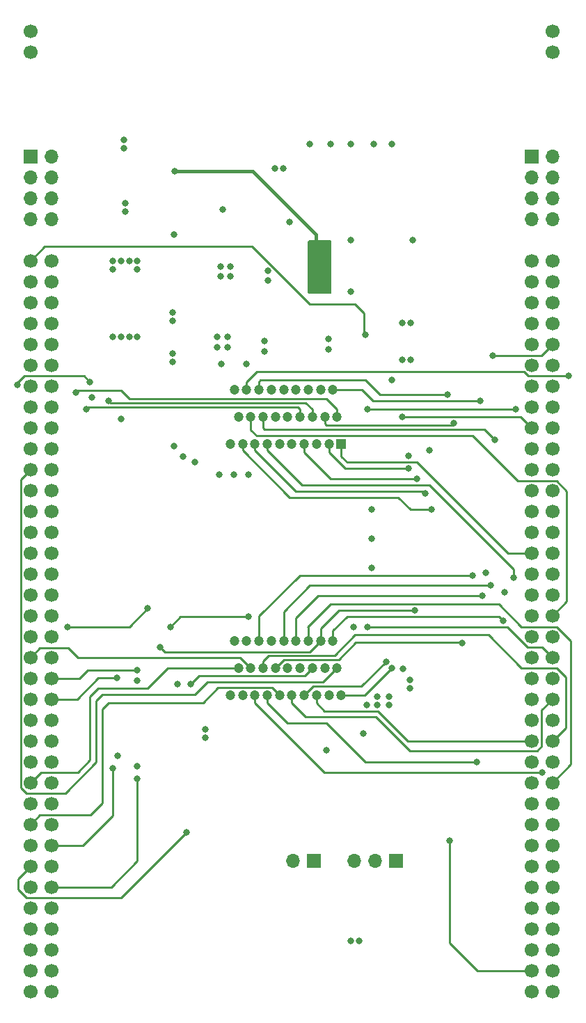
<source format=gbr>
%TF.GenerationSoftware,KiCad,Pcbnew,(6.0.7-1)-1*%
%TF.CreationDate,2022-08-23T13:11:12-05:00*%
%TF.ProjectId,NR1B-ST56,4e523142-2d53-4543-9536-2e6b69636164,rev?*%
%TF.SameCoordinates,Original*%
%TF.FileFunction,Copper,L4,Bot*%
%TF.FilePolarity,Positive*%
%FSLAX46Y46*%
G04 Gerber Fmt 4.6, Leading zero omitted, Abs format (unit mm)*
G04 Created by KiCad (PCBNEW (6.0.7-1)-1) date 2022-08-23 13:11:12*
%MOMM*%
%LPD*%
G01*
G04 APERTURE LIST*
%TA.AperFunction,ComponentPad*%
%ADD10R,1.700000X1.700000*%
%TD*%
%TA.AperFunction,ComponentPad*%
%ADD11O,1.700000X1.700000*%
%TD*%
%TA.AperFunction,ComponentPad*%
%ADD12R,1.200000X1.200000*%
%TD*%
%TA.AperFunction,ComponentPad*%
%ADD13C,1.200000*%
%TD*%
%TA.AperFunction,ComponentPad*%
%ADD14C,1.700000*%
%TD*%
%TA.AperFunction,ViaPad*%
%ADD15C,0.800000*%
%TD*%
%TA.AperFunction,Conductor*%
%ADD16C,0.400000*%
%TD*%
%TA.AperFunction,Conductor*%
%ADD17C,0.220000*%
%TD*%
G04 APERTURE END LIST*
D10*
%TO.P,J2,1,Pin_1*%
%TO.N,/-15V_IN*%
X168499999Y-98300001D03*
D11*
%TO.P,J2,2,Pin_2*%
%TO.N,/+15V_IN*%
X171039999Y-98300001D03*
%TO.P,J2,3,Pin_3*%
%TO.N,GND*%
X168499999Y-100840001D03*
%TO.P,J2,4,Pin_4*%
X171039999Y-100840001D03*
%TO.P,J2,5,Pin_5*%
%TO.N,unconnected-(J2-Pad5)*%
X168499999Y-103380001D03*
%TO.P,J2,6,Pin_6*%
%TO.N,unconnected-(J2-Pad6)*%
X171039999Y-103380001D03*
%TO.P,J2,7,Pin_7*%
%TO.N,GND*%
X168499999Y-105920001D03*
%TO.P,J2,8,Pin_8*%
%TO.N,unconnected-(J2-Pad8)*%
X171039999Y-105920001D03*
%TD*%
D10*
%TO.P,JP1,1,A*%
%TO.N,VCC*%
X213000000Y-184000000D03*
D11*
%TO.P,JP1,2,C*%
%TO.N,VIO*%
X210460000Y-184000000D03*
%TO.P,JP1,3,B*%
%TO.N,/EVIO*%
X207920000Y-184000000D03*
%TD*%
D12*
%TO.P,U1,1,A23*%
%TO.N,/A23*%
X206300742Y-133269258D03*
D13*
%TO.P,U1,2,A22*%
%TO.N,/A22*%
X205800742Y-129969258D03*
%TO.P,U1,3,A15*%
%TO.N,/A15*%
X205300742Y-126669258D03*
%TO.P,U1,4,A14*%
%TO.N,/A14*%
X204800742Y-133269258D03*
%TO.P,U1,5,A13*%
%TO.N,/A13*%
X204300742Y-129969258D03*
%TO.P,U1,6,A12*%
%TO.N,/A12*%
X203800742Y-126669258D03*
%TO.P,U1,7,A11*%
%TO.N,/A11*%
X203300742Y-133269258D03*
%TO.P,U1,8,A10*%
%TO.N,/A10*%
X202800742Y-129969258D03*
%TO.P,U1,9,A9*%
%TO.N,/A9*%
X202300742Y-126669258D03*
%TO.P,U1,10,A8*%
%TO.N,/A8*%
X201800742Y-133269258D03*
%TO.P,U1,11,A19*%
%TO.N,/A19*%
X201300742Y-129969258D03*
%TO.P,U1,12,A20*%
%TO.N,/A20*%
X200800742Y-126669258D03*
%TO.P,U1,13,~{WE}*%
%TO.N,/~{WE}*%
X200300742Y-133269258D03*
%TO.P,U1,14,~{RESET}*%
%TO.N,/VWL_BUF*%
X199800742Y-129969258D03*
%TO.P,U1,15,A21*%
%TO.N,/A21*%
X199300742Y-126669258D03*
%TO.P,U1,16,~{WP}/ACC*%
%TO.N,/WP_BUF*%
X198800742Y-133269258D03*
%TO.P,U1,17,RY/~{BY}*%
%TO.N,/RY{slash}~{BY}*%
X198300742Y-129969258D03*
%TO.P,U1,18,A18*%
%TO.N,/A18*%
X197800742Y-126669258D03*
%TO.P,U1,19,A17*%
%TO.N,/A17*%
X197300742Y-133269258D03*
%TO.P,U1,20,A7*%
%TO.N,/A7*%
X196800742Y-129969258D03*
%TO.P,U1,21,A6*%
%TO.N,/A6*%
X196300742Y-126669258D03*
%TO.P,U1,22,A5*%
%TO.N,/A5*%
X195800742Y-133269258D03*
%TO.P,U1,23,A4*%
%TO.N,/A4*%
X195300742Y-129969258D03*
%TO.P,U1,24,A3*%
%TO.N,/A3*%
X194800742Y-126669258D03*
%TO.P,U1,25,A2*%
%TO.N,/A2*%
X194300742Y-133269258D03*
%TO.P,U1,26,A1*%
%TO.N,/A1*%
X193800742Y-129969258D03*
%TO.P,U1,27*%
%TO.N,N/C*%
X193300742Y-126669258D03*
%TO.P,U1,28*%
X192800742Y-133269258D03*
%TO.P,U1,29,VIO*%
%TO.N,VIO*%
X192800742Y-163849258D03*
%TO.P,U1,30*%
%TO.N,N/C*%
X193300742Y-157249258D03*
%TO.P,U1,31,A0*%
%TO.N,/A0*%
X193800742Y-160549258D03*
%TO.P,U1,32,~{CE}*%
%TO.N,/~{CE}*%
X194300742Y-163849258D03*
%TO.P,U1,33,VSS*%
%TO.N,GND*%
X194800742Y-157249258D03*
%TO.P,U1,34,~{OE}*%
%TO.N,/~{OE}*%
X195300742Y-160549258D03*
%TO.P,U1,35,DQ0*%
%TO.N,/DQ0*%
X195800742Y-163849258D03*
%TO.P,U1,36,DQ8*%
%TO.N,/DQ8*%
X196300742Y-157249258D03*
%TO.P,U1,37,DQ1*%
%TO.N,/DQ1*%
X196800742Y-160549258D03*
%TO.P,U1,38,DQ9*%
%TO.N,/DQ9*%
X197300742Y-163849258D03*
%TO.P,U1,39,DQ2*%
%TO.N,/DQ2*%
X197800742Y-157249258D03*
%TO.P,U1,40,DQ10*%
%TO.N,/DQ10*%
X198300742Y-160549258D03*
%TO.P,U1,41,DQ3*%
%TO.N,/DQ3*%
X198800742Y-163849258D03*
%TO.P,U1,42,DQ11*%
%TO.N,/DQ11*%
X199300742Y-157249258D03*
%TO.P,U1,43,VCC*%
%TO.N,VCC*%
X199800742Y-160549258D03*
%TO.P,U1,44,DQ4*%
%TO.N,/DQ4*%
X200300742Y-163849258D03*
%TO.P,U1,45,DQ12*%
%TO.N,/DQ12*%
X200800742Y-157249258D03*
%TO.P,U1,46,DQ5*%
%TO.N,/DQ5*%
X201300742Y-160549258D03*
%TO.P,U1,47,DQ13*%
%TO.N,/DQ13*%
X201800742Y-163849258D03*
%TO.P,U1,48,DQ6*%
%TO.N,/DQ6*%
X202300742Y-157249258D03*
%TO.P,U1,49,DQ14*%
%TO.N,/DQ14*%
X202800742Y-160549258D03*
%TO.P,U1,50,DQ7*%
%TO.N,/DQ7*%
X203300742Y-163849258D03*
%TO.P,U1,51,DQ15/A-1*%
%TO.N,/DQ15*%
X203800742Y-157249258D03*
%TO.P,U1,52,VSS*%
%TO.N,GND*%
X204300742Y-160549258D03*
%TO.P,U1,53,~{BYTE}*%
%TO.N,/~{BYTE}*%
X204800742Y-163849258D03*
%TO.P,U1,54,A16*%
%TO.N,/A16*%
X205300742Y-157249258D03*
%TO.P,U1,55,A25*%
%TO.N,/A25*%
X205800742Y-160549258D03*
%TO.P,U1,56,A24*%
%TO.N,/A24*%
X206300742Y-163849258D03*
%TD*%
D10*
%TO.P,J1,1,Pin_1*%
%TO.N,/ANA_WP_SENSE*%
X229499999Y-98300001D03*
D11*
%TO.P,J1,2,Pin_2*%
%TO.N,unconnected-(J1-Pad2)*%
X232039999Y-98300001D03*
%TO.P,J1,3,Pin_3*%
%TO.N,/ANA_WP*%
X229499999Y-100840001D03*
%TO.P,J1,4,Pin_4*%
%TO.N,unconnected-(J1-Pad4)*%
X232039999Y-100840001D03*
%TO.P,J1,5,Pin_5*%
%TO.N,/ANA_VWL_SENSE*%
X229499999Y-103380001D03*
%TO.P,J1,6,Pin_6*%
%TO.N,unconnected-(J1-Pad6)*%
X232039999Y-103380001D03*
%TO.P,J1,7,Pin_7*%
%TO.N,/ANA_VWL*%
X229499999Y-105920001D03*
%TO.P,J1,8,Pin_8*%
%TO.N,unconnected-(J1-Pad8)*%
X232039999Y-105920001D03*
%TD*%
D10*
%TO.P,J3,1,Pin_1*%
%TO.N,/EVIO_IN*%
X203000000Y-184000000D03*
D11*
%TO.P,J3,2,Pin_2*%
%TO.N,GND*%
X200460000Y-184000000D03*
%TD*%
D14*
%TO.P,X1,1,PC10*%
%TO.N,/CE_SW*%
X168499999Y-111000001D03*
%TO.P,X1,2,PC11*%
%TO.N,unconnected-(X1-Pad2)*%
X171039999Y-111000001D03*
%TO.P,X1,3,PC12*%
%TO.N,unconnected-(X1-Pad3)*%
X168499999Y-113540001D03*
%TO.P,X1,4,PD2*%
%TO.N,unconnected-(X1-Pad4)*%
X171039999Y-113540001D03*
%TO.P,X1,5,VDD*%
%TO.N,unconnected-(X1-Pad5)*%
X168499999Y-116080001D03*
%TO.P,X1,6,E5V*%
%TO.N,unconnected-(X1-Pad6)*%
X171039999Y-116080001D03*
%TO.P,X1,7,~{BOOT0}*%
%TO.N,unconnected-(X1-Pad7)*%
X168499999Y-118620001D03*
%TO.P,X1,8,GND*%
%TO.N,GND*%
X171039999Y-118620001D03*
%TO.P,X1,9,PF6*%
%TO.N,unconnected-(X1-Pad9)*%
X168499999Y-121160001D03*
%TO.P,X1,10,NC*%
%TO.N,unconnected-(X1-Pad10)*%
X171039999Y-121160001D03*
%TO.P,X1,11,PF7*%
%TO.N,unconnected-(X1-Pad11)*%
X168499999Y-123700001D03*
%TO.P,X1,12,IOREF*%
%TO.N,unconnected-(X1-Pad12)*%
X171039999Y-123700001D03*
%TO.P,X1,13,TMS/PA13*%
%TO.N,unconnected-(X1-Pad13)*%
X168499999Y-126240001D03*
%TO.P,X1,14,~{RST}*%
%TO.N,unconnected-(X1-Pad14)*%
X171039999Y-126240001D03*
%TO.P,X1,15,TCK/PA14*%
%TO.N,unconnected-(X1-Pad15)*%
X168499999Y-128780001D03*
%TO.P,X1,16,+3V3*%
%TO.N,/VCC_IN*%
X171039999Y-128780001D03*
%TO.P,X1,17,PA15*%
%TO.N,unconnected-(X1-Pad17)*%
X168499999Y-131320001D03*
%TO.P,X1,18,+5V*%
%TO.N,unconnected-(X1-Pad18)*%
X171039999Y-131320001D03*
%TO.P,X1,19,GND*%
%TO.N,GND*%
X168499999Y-133860001D03*
%TO.P,X1,20,GND*%
X171039999Y-133860001D03*
%TO.P,X1,21,LD2/PB7*%
%TO.N,/A25*%
X168499999Y-136400001D03*
%TO.P,X1,22,GND*%
%TO.N,GND*%
X171039999Y-136400001D03*
%TO.P,X1,23,BT/PC13*%
%TO.N,unconnected-(X1-Pad23)*%
X168499999Y-138940001D03*
%TO.P,X1,24,VIN*%
%TO.N,unconnected-(X1-Pad24)*%
X171039999Y-138940001D03*
%TO.P,X1,25,RTC_CRYSTAL/PC14*%
%TO.N,unconnected-(X1-Pad25)*%
X168499999Y-141480001D03*
%TO.P,X1,26,NC*%
%TO.N,unconnected-(X1-Pad26)*%
X171039999Y-141480001D03*
%TO.P,X1,27,RTC_CRYSTAL/PC15*%
%TO.N,unconnected-(X1-Pad27)*%
X168499999Y-144020001D03*
%TO.P,X1,28,ETH_REF_CLK/PA0*%
%TO.N,unconnected-(X1-Pad28)*%
X171039999Y-144020001D03*
%TO.P,X1,29,PH0*%
%TO.N,unconnected-(X1-Pad29)*%
X168499999Y-146560001D03*
%TO.P,X1,30,ETH_MDIO/PA1*%
%TO.N,unconnected-(X1-Pad30)*%
X171039999Y-146560001D03*
%TO.P,X1,31,PH1*%
%TO.N,unconnected-(X1-Pad31)*%
X168499999Y-149100001D03*
%TO.P,X1,32,PA4*%
%TO.N,unconnected-(X1-Pad32)*%
X171039999Y-149100001D03*
%TO.P,X1,33,VBAT*%
%TO.N,unconnected-(X1-Pad33)*%
X168499999Y-151640001D03*
%TO.P,X1,34,PB0*%
%TO.N,unconnected-(X1-Pad34)*%
X171039999Y-151640001D03*
%TO.P,X1,35,PC2*%
%TO.N,unconnected-(X1-Pad35)*%
X168499999Y-154180001D03*
%TO.P,X1,36,ETH_MDC/PC1*%
%TO.N,unconnected-(X1-Pad36)*%
X171039999Y-154180001D03*
%TO.P,X1,37,PC3*%
%TO.N,unconnected-(X1-Pad37)*%
X168499999Y-156720001D03*
%TO.P,X1,38,PC0*%
%TO.N,unconnected-(X1-Pad38)*%
X171039999Y-156720001D03*
%TO.P,X1,39,PD4*%
%TO.N,/~{OE}*%
X168499999Y-159260001D03*
%TO.P,X1,40,PD3*%
%TO.N,unconnected-(X1-Pad40)*%
X171039999Y-159260001D03*
%TO.P,X1,41,PD5*%
%TO.N,/~{WE}*%
X168499999Y-161800001D03*
%TO.P,X1,42,PG2*%
%TO.N,/A11*%
X171039999Y-161800001D03*
%TO.P,X1,43,PD6*%
%TO.N,unconnected-(X1-Pad43)*%
X168499999Y-164340001D03*
%TO.P,X1,44,PG3*%
%TO.N,/A12*%
X171039999Y-164340001D03*
%TO.P,X1,45,PD7*%
%TO.N,unconnected-(X1-Pad45)*%
X168499999Y-166880001D03*
%TO.P,X1,46,PE2*%
%TO.N,/A22*%
X171039999Y-166880001D03*
%TO.P,X1,47,PE3*%
%TO.N,/A18*%
X168499999Y-169420001D03*
%TO.P,X1,48,PE4*%
%TO.N,/A19*%
X171039999Y-169420001D03*
%TO.P,X1,49,GND*%
%TO.N,GND*%
X168499999Y-171960001D03*
%TO.P,X1,50,PE5*%
%TO.N,/A20*%
X171039999Y-171960001D03*
%TO.P,X1,51,PF1*%
%TO.N,/A0*%
X168499999Y-174500001D03*
%TO.P,X1,52,PF2*%
%TO.N,/A1*%
X171039999Y-174500001D03*
%TO.P,X1,53,PF0*%
%TO.N,/A-1*%
X168499999Y-177040001D03*
%TO.P,X1,54,PF8*%
%TO.N,unconnected-(X1-Pad54)*%
X171039999Y-177040001D03*
%TO.P,X1,55,PD1*%
%TO.N,/DQ3*%
X168499999Y-179580001D03*
%TO.P,X1,56,PF9*%
%TO.N,unconnected-(X1-Pad56)*%
X171039999Y-179580001D03*
%TO.P,X1,57,PD0*%
%TO.N,/DQ2*%
X168499999Y-182120001D03*
%TO.P,X1,58,PG1*%
%TO.N,/A10*%
X171039999Y-182120001D03*
%TO.P,X1,59,PG0*%
%TO.N,/A9*%
X168499999Y-184660001D03*
%TO.P,X1,60,GND*%
%TO.N,GND*%
X171039999Y-184660001D03*
%TO.P,X1,61,PE1*%
%TO.N,unconnected-(X1-Pad61)*%
X168499999Y-187200001D03*
%TO.P,X1,62,PE6*%
%TO.N,/A21*%
X171039999Y-187200001D03*
%TO.P,X1,63,PG9*%
%TO.N,unconnected-(X1-Pad63)*%
X168499999Y-189740001D03*
%TO.P,X1,64,PG15*%
%TO.N,unconnected-(X1-Pad64)*%
X171039999Y-189740001D03*
%TO.P,X1,65,PG12*%
%TO.N,unconnected-(X1-Pad65)*%
X168499999Y-192280001D03*
%TO.P,X1,66,PG10*%
%TO.N,unconnected-(X1-Pad66)*%
X171039999Y-192280001D03*
%TO.P,X1,67,NC*%
%TO.N,unconnected-(X1-Pad67)*%
X168499999Y-194820001D03*
%TO.P,X1,68,PG13/ETH_TXD0*%
%TO.N,unconnected-(X1-Pad68)*%
X171039999Y-194820001D03*
%TO.P,X1,69,STLINK_RX/PD9*%
%TO.N,Net-(R14-Pad2)*%
X168499999Y-197360001D03*
%TO.P,X1,70,PG11/ETH_TX_EN*%
%TO.N,unconnected-(X1-Pad70)*%
X171039999Y-197360001D03*
%TO.P,X1,71,GND*%
%TO.N,GND*%
X168499999Y-199900001D03*
%TO.P,X1,72,GND*%
X171039999Y-199900001D03*
%TO.P,X1,73,PC9*%
%TO.N,unconnected-(X1-Pad73)*%
X229459999Y-111000001D03*
%TO.P,X1,74,PC8*%
%TO.N,unconnected-(X1-Pad74)*%
X231999999Y-111000001D03*
%TO.P,X1,75,PB8*%
%TO.N,unconnected-(X1-Pad75)*%
X229459999Y-113540001D03*
%TO.P,X1,76,PC6*%
%TO.N,/RY{slash}~{BY}*%
X231999999Y-113540001D03*
%TO.P,X1,77,PB9*%
%TO.N,unconnected-(X1-Pad77)*%
X229459999Y-116080001D03*
%TO.P,X1,78,ETH_RXD1/PC5*%
%TO.N,unconnected-(X1-Pad78)*%
X231999999Y-116080001D03*
%TO.P,X1,79,AVDD*%
%TO.N,unconnected-(X1-Pad79)*%
X229459999Y-118620001D03*
%TO.P,X1,80,U5V*%
%TO.N,unconnected-(X1-Pad80)*%
X231999999Y-118620001D03*
%TO.P,X1,81,GND*%
%TO.N,GND*%
X229459999Y-121160001D03*
%TO.P,X1,82,STLINK_TX/PD8*%
%TO.N,Net-(R13-Pad1)*%
X231999999Y-121160001D03*
%TO.P,X1,83,PA5*%
%TO.N,unconnected-(X1-Pad83)*%
X229459999Y-123700001D03*
%TO.P,X1,84,USB_DP/PA12*%
%TO.N,unconnected-(X1-Pad84)*%
X231999999Y-123700001D03*
%TO.P,X1,85,PA6*%
%TO.N,unconnected-(X1-Pad85)*%
X229459999Y-126240001D03*
%TO.P,X1,86,USB_DM/PA11*%
%TO.N,unconnected-(X1-Pad86)*%
X231999999Y-126240001D03*
%TO.P,X1,87,ETH_CRS_DV/PA7*%
%TO.N,unconnected-(X1-Pad87)*%
X229459999Y-128780001D03*
%TO.P,X1,88,PB12*%
%TO.N,unconnected-(X1-Pad88)*%
X231999999Y-128780001D03*
%TO.P,X1,89,PB6*%
%TO.N,/A24*%
X229459999Y-131320001D03*
%TO.P,X1,90,PB11*%
%TO.N,unconnected-(X1-Pad90)*%
X231999999Y-131320001D03*
%TO.P,X1,91,PC7*%
%TO.N,/NE1*%
X229459999Y-133860001D03*
%TO.P,X1,92,GND*%
%TO.N,GND*%
X231999999Y-133860001D03*
%TO.P,X1,93,USB_VBUS/PA9*%
%TO.N,unconnected-(X1-Pad93)*%
X229459999Y-136400001D03*
%TO.P,X1,94,PB2*%
%TO.N,unconnected-(X1-Pad94)*%
X231999999Y-136400001D03*
%TO.P,X1,95,USB_SOF/PA8*%
%TO.N,unconnected-(X1-Pad95)*%
X229459999Y-138940001D03*
%TO.P,X1,96,PB1*%
%TO.N,unconnected-(X1-Pad96)*%
X231999999Y-138940001D03*
%TO.P,X1,97,PB10*%
%TO.N,unconnected-(X1-Pad97)*%
X229459999Y-141480001D03*
%TO.P,X1,98,PB15*%
%TO.N,unconnected-(X1-Pad98)*%
X231999999Y-141480001D03*
%TO.P,X1,99,PB4*%
%TO.N,unconnected-(X1-Pad99)*%
X229459999Y-144020001D03*
%TO.P,X1,100,LD3/PB14*%
%TO.N,unconnected-(X1-Pad100)*%
X231999999Y-144020001D03*
%TO.P,X1,101,PB5*%
%TO.N,/A23*%
X229459999Y-146560001D03*
%TO.P,X1,102,ETH_TXD1/PB13*%
%TO.N,unconnected-(X1-Pad102)*%
X231999999Y-146560001D03*
%TO.P,X1,103,SWO/PB3*%
%TO.N,unconnected-(X1-Pad103)*%
X229459999Y-149100001D03*
%TO.P,X1,104,AGND*%
%TO.N,unconnected-(X1-Pad104)*%
X231999999Y-149100001D03*
%TO.P,X1,105,USB_ID/PA10*%
%TO.N,unconnected-(X1-Pad105)*%
X229459999Y-151640001D03*
%TO.P,X1,106,ETH_RXD0/PC4*%
%TO.N,unconnected-(X1-Pad106)*%
X231999999Y-151640001D03*
%TO.P,X1,107,PA2*%
%TO.N,unconnected-(X1-Pad107)*%
X229459999Y-154180001D03*
%TO.P,X1,108,PF5*%
%TO.N,/A4*%
X231999999Y-154180001D03*
%TO.P,X1,109,PA3*%
%TO.N,unconnected-(X1-Pad109)*%
X229459999Y-156720001D03*
%TO.P,X1,110,PF4*%
%TO.N,/A3*%
X231999999Y-156720001D03*
%TO.P,X1,111,GND*%
%TO.N,GND*%
X229459999Y-159260001D03*
%TO.P,X1,112,PE8*%
%TO.N,/DQ5*%
X231999999Y-159260001D03*
%TO.P,X1,113,PD13*%
%TO.N,/A17*%
X229459999Y-161800001D03*
%TO.P,X1,114,PF10*%
%TO.N,unconnected-(X1-Pad114)*%
X231999999Y-161800001D03*
%TO.P,X1,115,PD12*%
%TO.N,/A16*%
X229459999Y-164340001D03*
%TO.P,X1,116,PE7*%
%TO.N,/DQ4*%
X231999999Y-164340001D03*
%TO.P,X1,117,PD11*%
%TO.N,/A15*%
X229459999Y-166880001D03*
%TO.P,X1,118,PD14*%
%TO.N,/DQ0*%
X231999999Y-166880001D03*
%TO.P,X1,119,PE10*%
%TO.N,/DQ7*%
X229459999Y-169420001D03*
%TO.P,X1,120,PD15*%
%TO.N,/DQ1*%
X231999999Y-169420001D03*
%TO.P,X1,121,PE12*%
%TO.N,Net-(R9-Pad1)*%
X229459999Y-171960001D03*
%TO.P,X1,122,PF14*%
%TO.N,/A7*%
X231999999Y-171960001D03*
%TO.P,X1,123,PE14*%
%TO.N,Net-(R11-Pad1)*%
X229459999Y-174500001D03*
%TO.P,X1,124,PE9*%
%TO.N,/DQ6*%
X231999999Y-174500001D03*
%TO.P,X1,125,PE15*%
%TO.N,Net-(R12-Pad2)*%
X229459999Y-177040001D03*
%TO.P,X1,126,GND*%
%TO.N,GND*%
X231999999Y-177040001D03*
%TO.P,X1,127,PE13*%
%TO.N,Net-(R10-Pad2)*%
X229459999Y-179580001D03*
%TO.P,X1,128,PE11*%
%TO.N,Net-(R8-Pad2)*%
X231999999Y-179580001D03*
%TO.P,X1,129,PF13*%
%TO.N,/A6*%
X229459999Y-182120001D03*
%TO.P,X1,130,PF3*%
%TO.N,/A2*%
X231999999Y-182120001D03*
%TO.P,X1,131,PF12*%
%TO.N,/A5*%
X229459999Y-184660001D03*
%TO.P,X1,132,PF15*%
%TO.N,/A8*%
X231999999Y-184660001D03*
%TO.P,X1,133,PG14*%
%TO.N,unconnected-(X1-Pad133)*%
X229459999Y-187200001D03*
%TO.P,X1,134,PF11*%
%TO.N,unconnected-(X1-Pad134)*%
X231999999Y-187200001D03*
%TO.P,X1,135,GND*%
%TO.N,GND*%
X229459999Y-189740001D03*
%TO.P,X1,136,PE0*%
%TO.N,unconnected-(X1-Pad136)*%
X231999999Y-189740001D03*
%TO.P,X1,137,PD10*%
%TO.N,Net-(R15-Pad1)*%
X229459999Y-192280001D03*
%TO.P,X1,138,PG8*%
%TO.N,unconnected-(X1-Pad138)*%
X231999999Y-192280001D03*
%TO.P,X1,139,PG7/USB_GPIO_IN*%
%TO.N,unconnected-(X1-Pad139)*%
X229459999Y-194820001D03*
%TO.P,X1,140,PG5*%
%TO.N,/A14*%
X231999999Y-194820001D03*
%TO.P,X1,141,PG4*%
%TO.N,/A13*%
X229459999Y-197360001D03*
%TO.P,X1,142,PG6/USB_GPIO_OUT*%
%TO.N,unconnected-(X1-Pad142)*%
X231999999Y-197360001D03*
%TO.P,X1,143,GND*%
%TO.N,GND*%
X229459999Y-199900001D03*
%TO.P,X1,144,GND*%
X231999999Y-199900001D03*
%TO.P,X1,145*%
%TO.N,N/C*%
X168499999Y-83060001D03*
%TO.P,X1,146*%
X168499999Y-85600001D03*
%TO.P,X1,147*%
X231999999Y-83060001D03*
%TO.P,X1,148*%
X231999999Y-85600001D03*
%TD*%
D15*
%TO.N,VCC*%
X178500000Y-120250000D03*
X212150000Y-165000000D03*
X210650000Y-165000000D03*
X213750000Y-123000000D03*
X180500000Y-120250000D03*
X210650000Y-164000000D03*
X214750000Y-123000000D03*
X179500000Y-120250000D03*
X212150000Y-164000000D03*
X209400000Y-165000000D03*
X181500000Y-120250000D03*
%TO.N,GND*%
X210000000Y-148300000D03*
X179850000Y-96300000D03*
X204750000Y-120500000D03*
X195000000Y-137000000D03*
X189750000Y-169000000D03*
X207500000Y-96750000D03*
X214650000Y-162000000D03*
X209000000Y-168500000D03*
X207500000Y-114750000D03*
X193250000Y-137000000D03*
X217000000Y-134000000D03*
X210000000Y-144750000D03*
X208500000Y-193750000D03*
X214500000Y-134700000D03*
X207500000Y-193750000D03*
X202500000Y-96750000D03*
X181500000Y-112000000D03*
X210000000Y-141200000D03*
X210250000Y-96750000D03*
X214650000Y-163000000D03*
X213800000Y-160600000D03*
X207500000Y-108500000D03*
X180000000Y-105000000D03*
X185750000Y-123250000D03*
X194750000Y-123500000D03*
X212500000Y-96750000D03*
X189750000Y-168000000D03*
X185750000Y-122250000D03*
X191750000Y-123500000D03*
X214750000Y-118500000D03*
X199250000Y-99750000D03*
X186400000Y-162500000D03*
X179100000Y-171200000D03*
X180500000Y-111000000D03*
X191850000Y-104750000D03*
X178500000Y-111000000D03*
X205000000Y-96750000D03*
X213750000Y-118500000D03*
X226200000Y-151300000D03*
X200000000Y-106250000D03*
X179850000Y-97300000D03*
X187100000Y-134800000D03*
X198250000Y-99750000D03*
X179500000Y-130250000D03*
X179500000Y-111000000D03*
X207800000Y-155500000D03*
X178500000Y-112000000D03*
X181500000Y-111000000D03*
X215000000Y-108500000D03*
X181500000Y-172500000D03*
X185750000Y-117250000D03*
X181500000Y-162100000D03*
X212500000Y-125500000D03*
X180000000Y-104000000D03*
X223900000Y-148900000D03*
X176000000Y-127600000D03*
X185750000Y-118250000D03*
X191500000Y-137000000D03*
%TO.N,+15V*%
X203250000Y-110000000D03*
X197350000Y-113400000D03*
X203250000Y-111750000D03*
X186050000Y-100050000D03*
X197350000Y-112150000D03*
X197000000Y-120750000D03*
X203250000Y-113500000D03*
X197000000Y-122000000D03*
X204750000Y-121750000D03*
%TO.N,/DQ15*%
X184250000Y-158000000D03*
X215250000Y-153500000D03*
%TO.N,/A22*%
X174000000Y-127000000D03*
%TO.N,/A15*%
X223250000Y-128000000D03*
%TO.N,/A14*%
X214500000Y-136250000D03*
%TO.N,/A13*%
X219500000Y-181500000D03*
X220000000Y-130750000D03*
%TO.N,/A12*%
X179000000Y-161750000D03*
%TO.N,/A11*%
X181500000Y-160750000D03*
%TO.N,/A10*%
X178000000Y-128000000D03*
X178500000Y-172750000D03*
%TO.N,/A9*%
X188500000Y-135500000D03*
X187500000Y-180500000D03*
%TO.N,/A8*%
X215500000Y-137500000D03*
%TO.N,/A19*%
X175250000Y-129000000D03*
%TO.N,/~{WE}*%
X173000000Y-155500000D03*
X182750000Y-153250000D03*
%TO.N,/A21*%
X181500000Y-174000000D03*
X186000000Y-133500000D03*
%TO.N,/RY{slash}~{BY}*%
X209500000Y-129000000D03*
X227500000Y-129000000D03*
%TO.N,/A18*%
X175750000Y-125750000D03*
X166890982Y-126109018D03*
%TO.N,/A17*%
X227250000Y-149500000D03*
%TO.N,/A7*%
X225000000Y-132750000D03*
%TO.N,/A6*%
X219250000Y-127250000D03*
%TO.N,/A5*%
X216500000Y-139250000D03*
%TO.N,/A3*%
X234000000Y-125000000D03*
%TO.N,/A2*%
X217250000Y-141250000D03*
%TO.N,/DQ0*%
X230750000Y-173250000D03*
%TO.N,/DQ8*%
X222250000Y-149250000D03*
%TO.N,/DQ9*%
X222750000Y-172000000D03*
%TO.N,/DQ2*%
X185500000Y-155500000D03*
X195000000Y-154250000D03*
%TO.N,/DQ10*%
X221000000Y-157500000D03*
%TO.N,/DQ11*%
X224500000Y-150500000D03*
%TO.N,/DQ12*%
X223500000Y-151750000D03*
%TO.N,/DQ5*%
X209500000Y-155500000D03*
%TO.N,/DQ13*%
X211750000Y-159750000D03*
%TO.N,/DQ14*%
X188000000Y-162500000D03*
%TO.N,/A16*%
X226000000Y-154750000D03*
%TO.N,/A24*%
X212500000Y-160500000D03*
X213750000Y-130000000D03*
%TO.N,/CE_SW*%
X209250000Y-120000000D03*
%TO.N,-15V*%
X191600000Y-112900000D03*
X192500000Y-121500000D03*
X192500000Y-120250000D03*
X191600000Y-111650000D03*
X191250000Y-120250000D03*
X191250000Y-121500000D03*
X186000000Y-107750000D03*
X192850000Y-111650000D03*
X192850000Y-112900000D03*
%TO.N,/~{BYTE}*%
X204500000Y-170500000D03*
%TO.N,Net-(R13-Pad1)*%
X224750000Y-122500000D03*
%TD*%
D16*
%TO.N,+15V*%
X203250000Y-110000000D02*
X203250000Y-107750000D01*
X195550000Y-100050000D02*
X186050000Y-100050000D01*
X203250000Y-107750000D02*
X195550000Y-100050000D01*
D17*
%TO.N,/DQ15*%
X184830000Y-158580000D02*
X202470000Y-158580000D01*
X184830000Y-158580000D02*
X184250000Y-158000000D01*
X203800742Y-157249258D02*
X202470000Y-158580000D01*
X203800742Y-157249258D02*
X203800742Y-155699258D01*
X203800742Y-155699258D02*
X206000000Y-153500000D01*
X206000000Y-153500000D02*
X215250000Y-153500000D01*
%TO.N,/A23*%
X207000000Y-135500000D02*
X206300742Y-134800742D01*
X229459999Y-146560001D02*
X226560001Y-146560001D01*
X206300742Y-134800742D02*
X206300742Y-133269258D01*
X226560001Y-146560001D02*
X215500000Y-135500000D01*
X215500000Y-135500000D02*
X207000000Y-135500000D01*
%TO.N,/A22*%
X180500000Y-127750000D02*
X179500000Y-126750000D01*
X179500000Y-126750000D02*
X174250000Y-126750000D01*
X205800742Y-129050742D02*
X205750000Y-129000000D01*
X174250000Y-126750000D02*
X174000000Y-127000000D01*
X205750000Y-129000000D02*
X204500000Y-127750000D01*
X180500000Y-127750000D02*
X204500000Y-127750000D01*
X205800742Y-129969258D02*
X205800742Y-129050742D01*
%TO.N,/A15*%
X205300742Y-126669258D02*
X208830742Y-126669258D01*
X208830742Y-126669258D02*
X210161484Y-128000000D01*
X210161484Y-128000000D02*
X223250000Y-128000000D01*
%TO.N,/A14*%
X204800742Y-133269258D02*
X204800742Y-134300742D01*
X204800742Y-134300742D02*
X206750000Y-136250000D01*
X206750000Y-136250000D02*
X214500000Y-136250000D01*
%TO.N,/A13*%
X219750000Y-131000000D02*
X220000000Y-130750000D01*
X219500000Y-181500000D02*
X219500000Y-194000000D01*
X204300742Y-130800742D02*
X204500000Y-131000000D01*
X204500000Y-131000000D02*
X219750000Y-131000000D01*
X222860001Y-197360001D02*
X229459999Y-197360001D01*
X204300742Y-129969258D02*
X204300742Y-130800742D01*
X219500000Y-194000000D02*
X222860001Y-197360001D01*
%TO.N,/A12*%
X174159999Y-164340001D02*
X171039999Y-164340001D01*
X176750000Y-161750000D02*
X174159999Y-164340001D01*
X179000000Y-161750000D02*
X176750000Y-161750000D01*
%TO.N,/A11*%
X174449999Y-161800001D02*
X175500000Y-160750000D01*
X175500000Y-160750000D02*
X181500000Y-160750000D01*
X171039999Y-161800001D02*
X174449999Y-161800001D01*
%TO.N,/A10*%
X178250000Y-128250000D02*
X178000000Y-128000000D01*
X178500000Y-178500000D02*
X174879999Y-182120001D01*
X202800742Y-129050742D02*
X202000000Y-128250000D01*
X174879999Y-182120001D02*
X171039999Y-182120001D01*
X178500000Y-172750000D02*
X178500000Y-178500000D01*
X202000000Y-128250000D02*
X178250000Y-128250000D01*
X202800742Y-129969258D02*
X202800742Y-129050742D01*
%TO.N,/A9*%
X179500000Y-188500000D02*
X187500000Y-180500000D01*
X168000000Y-188500000D02*
X179500000Y-188500000D01*
X168499999Y-184660001D02*
X167000000Y-186160000D01*
X167000000Y-187500000D02*
X168000000Y-188500000D01*
X167000000Y-186160000D02*
X167000000Y-187500000D01*
%TO.N,/A8*%
X215250000Y-137500000D02*
X215500000Y-137500000D01*
X205000000Y-137500000D02*
X215250000Y-137500000D01*
X201800742Y-133269258D02*
X201800742Y-134300742D01*
X201800742Y-134300742D02*
X205000000Y-137500000D01*
%TO.N,/A19*%
X201300742Y-129050742D02*
X201250000Y-129000000D01*
X175500000Y-128750000D02*
X201000000Y-128750000D01*
X201300742Y-129969258D02*
X201300742Y-129050742D01*
X201250000Y-129000000D02*
X201000000Y-128750000D01*
X175500000Y-128750000D02*
X175250000Y-129000000D01*
%TO.N,/~{WE}*%
X182750000Y-153250000D02*
X180500000Y-155500000D01*
X180500000Y-155500000D02*
X173000000Y-155500000D01*
%TO.N,/A21*%
X178299999Y-187200001D02*
X171039999Y-187200001D01*
X181500000Y-184000000D02*
X178299999Y-187200001D01*
X181500000Y-174000000D02*
X181500000Y-184000000D01*
%TO.N,/RY{slash}~{BY}*%
X209500000Y-129000000D02*
X227500000Y-129000000D01*
%TO.N,/A18*%
X167750000Y-125000000D02*
X166890982Y-125859018D01*
X166890982Y-125859018D02*
X166890982Y-126109018D01*
X175750000Y-125750000D02*
X175000000Y-125000000D01*
X175000000Y-125000000D02*
X167750000Y-125000000D01*
%TO.N,/A17*%
X197300742Y-133269258D02*
X197300742Y-134050742D01*
X197300742Y-134050742D02*
X201500000Y-138250000D01*
X227250000Y-148500000D02*
X227250000Y-149500000D01*
X201500000Y-138250000D02*
X217000000Y-138250000D01*
X217000000Y-138250000D02*
X227250000Y-148500000D01*
%TO.N,/A7*%
X223750000Y-131500000D02*
X225000000Y-132750000D01*
X197000000Y-131500000D02*
X223750000Y-131500000D01*
X196800742Y-129969258D02*
X196800742Y-131300742D01*
X196800742Y-131300742D02*
X197000000Y-131500000D01*
%TO.N,/A6*%
X209250000Y-125500000D02*
X211000000Y-127250000D01*
X211000000Y-127250000D02*
X219250000Y-127250000D01*
X196300742Y-126669258D02*
X196300742Y-125699258D01*
X196500000Y-125500000D02*
X209250000Y-125500000D01*
X196300742Y-125699258D02*
X196500000Y-125500000D01*
%TO.N,/A5*%
X195800742Y-134050742D02*
X200750000Y-139000000D01*
X195800742Y-133269258D02*
X195800742Y-134050742D01*
X200750000Y-139000000D02*
X216250000Y-139000000D01*
X216250000Y-139000000D02*
X216500000Y-139250000D01*
%TO.N,/A4*%
X222250000Y-132250000D02*
X227750000Y-137750000D01*
X233750000Y-152430000D02*
X231999999Y-154180001D01*
X196000000Y-132250000D02*
X222250000Y-132250000D01*
X195300742Y-129969258D02*
X195300742Y-131550742D01*
X232500000Y-137750000D02*
X233750000Y-139000000D01*
X227750000Y-137750000D02*
X232500000Y-137750000D01*
X195300742Y-131550742D02*
X196000000Y-132250000D01*
X233750000Y-139000000D02*
X233750000Y-152430000D01*
%TO.N,/A3*%
X194800742Y-125699258D02*
X196000000Y-124500000D01*
X196000000Y-124500000D02*
X228579998Y-124500000D01*
X228579998Y-124500000D02*
X229079998Y-125000000D01*
X194800742Y-126669258D02*
X194800742Y-125699258D01*
X229079998Y-125000000D02*
X234000000Y-125000000D01*
%TO.N,/A2*%
X213250000Y-139750000D02*
X214750000Y-141250000D01*
X194300742Y-133269258D02*
X194300742Y-134050742D01*
X214750000Y-141250000D02*
X217250000Y-141250000D01*
X200000000Y-139750000D02*
X213250000Y-139750000D01*
X194300742Y-134050742D02*
X200000000Y-139750000D01*
%TO.N,/A0*%
X175750000Y-164000000D02*
X175750000Y-171750000D01*
X185200742Y-160549258D02*
X182750000Y-163000000D01*
X174250000Y-173250000D02*
X169750000Y-173250000D01*
X182750000Y-163000000D02*
X176750000Y-163000000D01*
X175750000Y-171750000D02*
X174250000Y-173250000D01*
X176750000Y-163000000D02*
X175750000Y-164000000D01*
X193800742Y-160549258D02*
X185200742Y-160549258D01*
X169750000Y-173250000D02*
X168499999Y-174500001D01*
%TO.N,/~{OE}*%
X173100001Y-158100001D02*
X169659999Y-158100001D01*
X174250000Y-159250000D02*
X173100001Y-158100001D01*
X169659999Y-158100001D02*
X168499999Y-159260001D01*
X194001484Y-159250000D02*
X174250000Y-159250000D01*
X195300742Y-160549258D02*
X194001484Y-159250000D01*
%TO.N,/DQ0*%
X204250000Y-173250000D02*
X230750000Y-173250000D01*
X195800742Y-164800742D02*
X204250000Y-173250000D01*
X195800742Y-163849258D02*
X195800742Y-164800742D01*
%TO.N,/DQ8*%
X196300742Y-157249258D02*
X196300742Y-154199258D01*
X196300742Y-154199258D02*
X201250000Y-149250000D01*
X201250000Y-149250000D02*
X222250000Y-149250000D01*
%TO.N,/DQ1*%
X196800742Y-160549258D02*
X196800742Y-159699258D01*
X196800742Y-159699258D02*
X197500000Y-159000000D01*
X205500000Y-159000000D02*
X208000000Y-156500000D01*
X232500000Y-160500000D02*
X233609016Y-161609016D01*
X197500000Y-159000000D02*
X205500000Y-159000000D01*
X233609016Y-161609016D02*
X233609016Y-167810984D01*
X233609016Y-167810984D02*
X231999999Y-169420001D01*
X224210980Y-156500000D02*
X228210980Y-160500000D01*
X228210980Y-160500000D02*
X232500000Y-160500000D01*
X208000000Y-156500000D02*
X224210980Y-156500000D01*
%TO.N,/DQ9*%
X197300742Y-164800742D02*
X197300742Y-163849258D01*
X204500000Y-167250000D02*
X199750000Y-167250000D01*
X199750000Y-167250000D02*
X197300742Y-164800742D01*
X222750000Y-172000000D02*
X209250000Y-172000000D01*
X209250000Y-172000000D02*
X204500000Y-167250000D01*
%TO.N,/DQ2*%
X195000000Y-154250000D02*
X186750000Y-154250000D01*
X186750000Y-154250000D02*
X185500000Y-155500000D01*
%TO.N,/DQ10*%
X199350000Y-159500000D02*
X206000000Y-159500000D01*
X208060000Y-157440000D02*
X220940000Y-157440000D01*
X198300742Y-160549258D02*
X199350000Y-159500000D01*
X220940000Y-157440000D02*
X221000000Y-157500000D01*
X206000000Y-159500000D02*
X208060000Y-157440000D01*
%TO.N,/DQ3*%
X189500000Y-164750000D02*
X178000000Y-164750000D01*
X177250000Y-177000000D02*
X175829999Y-178420001D01*
X175829999Y-178420001D02*
X169659999Y-178420001D01*
X191310742Y-162939258D02*
X189500000Y-164750000D01*
X177250000Y-165500000D02*
X177250000Y-177000000D01*
X197890742Y-162939258D02*
X191310742Y-162939258D01*
X178000000Y-164750000D02*
X177250000Y-165500000D01*
X198800742Y-163849258D02*
X197890742Y-162939258D01*
X169659999Y-178420001D02*
X168499999Y-179580001D01*
%TO.N,/DQ11*%
X199300742Y-157249258D02*
X199300742Y-153699258D01*
X202500000Y-150500000D02*
X224500000Y-150500000D01*
X199300742Y-153699258D02*
X202500000Y-150500000D01*
%TO.N,/DQ4*%
X202000000Y-166500000D02*
X200300742Y-164750000D01*
X214619018Y-170619018D02*
X210500000Y-166500000D01*
X231999999Y-164340001D02*
X230704508Y-165635492D01*
X230704508Y-165635492D02*
X230704508Y-170045492D01*
X230704508Y-170045492D02*
X230130982Y-170619018D01*
X230130982Y-170619018D02*
X214619018Y-170619018D01*
X210500000Y-166500000D02*
X202000000Y-166500000D01*
X200300742Y-164750000D02*
X200300742Y-163849258D01*
%TO.N,/DQ12*%
X200800742Y-154449258D02*
X203500000Y-151750000D01*
X200800742Y-157249258D02*
X200800742Y-154449258D01*
X203500000Y-151750000D02*
X223500000Y-151750000D01*
%TO.N,/DQ5*%
X209500000Y-155500000D02*
X226500000Y-155500000D01*
X226500000Y-155500000D02*
X229000000Y-158000000D01*
X230739998Y-158000000D02*
X231999999Y-159260001D01*
X229000000Y-158000000D02*
X230739998Y-158000000D01*
%TO.N,/DQ13*%
X201800742Y-163849258D02*
X202900000Y-162750000D01*
X208750000Y-162750000D02*
X211750000Y-159750000D01*
X202900000Y-162750000D02*
X208750000Y-162750000D01*
%TO.N,/DQ6*%
X205000000Y-152750000D02*
X225500000Y-152750000D01*
X228250000Y-155500000D02*
X232500000Y-155500000D01*
X202300742Y-157249258D02*
X202300742Y-155550742D01*
X202250000Y-155500000D02*
X205000000Y-152750000D01*
X225500000Y-152750000D02*
X228250000Y-155500000D01*
X232500000Y-155500000D02*
X234250000Y-157250000D01*
X234250000Y-157250000D02*
X234250000Y-172250000D01*
X234250000Y-172250000D02*
X231999999Y-174500001D01*
X202300742Y-155550742D02*
X202250000Y-155500000D01*
%TO.N,/DQ14*%
X189000000Y-161500000D02*
X188000000Y-162500000D01*
X189000000Y-161500000D02*
X201850000Y-161500000D01*
X202800742Y-160549258D02*
X201850000Y-161500000D01*
%TO.N,/DQ7*%
X203300742Y-164800742D02*
X204250000Y-165750000D01*
X204250000Y-165750000D02*
X210750000Y-165750000D01*
X210750000Y-165750000D02*
X214420001Y-169420001D01*
X214420001Y-169420001D02*
X229459999Y-169420001D01*
X203300742Y-163849258D02*
X203300742Y-164800742D01*
%TO.N,/A16*%
X225500000Y-154250000D02*
X226000000Y-154750000D01*
X205300742Y-155949258D02*
X207000000Y-154250000D01*
X205300742Y-157249258D02*
X205300742Y-155949258D01*
X207000000Y-154250000D02*
X225500000Y-154250000D01*
%TO.N,/A25*%
X204100000Y-162250000D02*
X190000000Y-162250000D01*
X176500000Y-164500000D02*
X176500000Y-172000000D01*
X168000000Y-175750000D02*
X167339999Y-175089999D01*
X177250000Y-163750000D02*
X176500000Y-164500000D01*
X188500000Y-163750000D02*
X177250000Y-163750000D01*
X172750000Y-175750000D02*
X168000000Y-175750000D01*
X190000000Y-162250000D02*
X188500000Y-163750000D01*
X167339999Y-137560001D02*
X168499999Y-136400001D01*
X167339999Y-175089999D02*
X167339999Y-137560001D01*
X176500000Y-172000000D02*
X172750000Y-175750000D01*
X205800742Y-160549258D02*
X204100000Y-162250000D01*
%TO.N,/A24*%
X213750000Y-130000000D02*
X228139998Y-130000000D01*
X209150742Y-163849258D02*
X212500000Y-160500000D01*
X228139998Y-130000000D02*
X229459999Y-131320001D01*
X206300742Y-163849258D02*
X209150742Y-163849258D01*
%TO.N,/CE_SW*%
X202550000Y-116250000D02*
X208000000Y-116250000D01*
X209113000Y-117363000D02*
X209113000Y-119863000D01*
X195454092Y-109250000D02*
X202454092Y-116250000D01*
X168499999Y-111000001D02*
X170250000Y-109250000D01*
X208000000Y-116250000D02*
X209113000Y-117363000D01*
X202454092Y-116250000D02*
X202550000Y-116250000D01*
X170250000Y-109250000D02*
X195454092Y-109250000D01*
X209113000Y-119863000D02*
X209250000Y-120000000D01*
%TO.N,Net-(R13-Pad1)*%
X230660000Y-122500000D02*
X231999999Y-121160001D01*
X224750000Y-122500000D02*
X230660000Y-122500000D01*
%TD*%
%TA.AperFunction,Conductor*%
%TO.N,+15V*%
G36*
X205042121Y-108520002D02*
G01*
X205088614Y-108573658D01*
X205100000Y-108626000D01*
X205100000Y-114874000D01*
X205079998Y-114942121D01*
X205026342Y-114988614D01*
X204974000Y-115000000D01*
X202376000Y-115000000D01*
X202307879Y-114979998D01*
X202261386Y-114926342D01*
X202250000Y-114874000D01*
X202250000Y-108626000D01*
X202270002Y-108557879D01*
X202323658Y-108511386D01*
X202376000Y-108500000D01*
X204974000Y-108500000D01*
X205042121Y-108520002D01*
G37*
%TD.AperFunction*%
%TD*%
M02*

</source>
